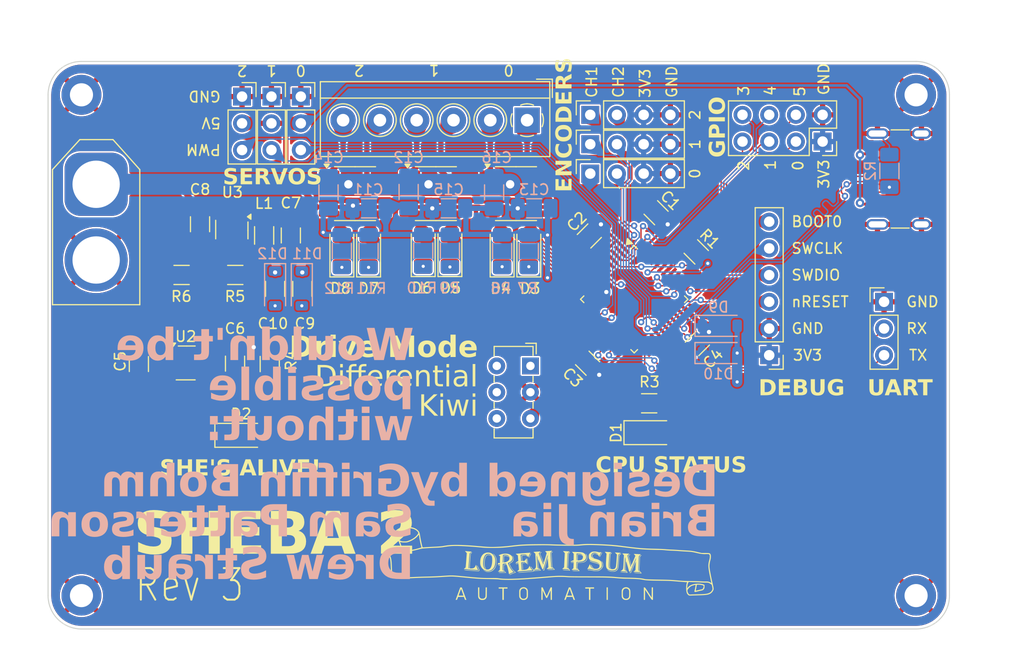
<source format=kicad_pcb>
(kicad_pcb (version 20240108) (generator "pcbnew") (generator_version "8.0")
  (title_block (title "SHEBA 2") (date "2024-04-21") (rev "3") (company "Lorem Ipsum Automation"))
  (layers (0 "F.Cu" power) (31 "B.Cu" signal) (34 "B.Paste" user) (35 "F.Paste" user) (36 "B.SilkS" user "B.Silkscreen") (37 "F.SilkS" user "F.Silkscreen") (38 "B.Mask" user) (39 "F.Mask" user) (44 "Edge.Cuts" user))
  (net 0 "")
  (net 1 "+BATT")
  (net 2 "GND")
  (net 3 "+5V")
  (net 4 "+3V3")
  (net 5 "TIM1_CH1")
  (net 6 "TIM1_CH2")
  (net 7 "TIM2_CH1")
  (net 8 "TIM2_CH2")
  (net 9 "M1_FWD")
  (net 10 "M2_FWD")
  (net 11 "BLINKY")
  (net 12 "TIM3_CH2")
  (net 13 "TIM3_CH1")
  (net 14 "M3_FWD")
  (net 15 "NRST")
  (net 16 "BOOT0")
  (net 18 "KIWI_DRIVE")
  (net 19 "SYS_SWDIO")
  (net 20 "SYS_SWCLK")
  (net 21 "Net-(D1-A)")
  (net 22 "Net-(D7-K)")
  (net 23 "M3_REV")
  (net 24 "M2_REV")
  (net 25 "M1_REV")
  (net 26 "Net-(D3-K)")
  (net 27 "Net-(D4-K)")
  (net 28 "Net-(D5-K)")
  (net 29 "Net-(D6-K)")
  (net 30 "USART3_RX")
  (net 31 "USART3_TX")
  (net 32 "/Power & Motors/M2_OUT2")
  (net 33 "/Power & Motors/M2_OUT1")
  (net 34 "GPIO5")
  (net 35 "GPIO2")
  (net 36 "GPIO0")
  (net 37 "GPIO3")
  (net 38 "GPIO4")
  (net 39 "GPIO1")
  (net 40 "Net-(P1-CC)")
  (net 41 "USB_D-")
  (net 42 "USB_D+")
  (net 43 "SERVO2")
  (net 44 "SERVO1")
  (net 45 "SERVO0")
  (net 46 "/Power & Motors/M1_OUT1")
  (net 47 "/Power & Motors/M1_OUT2")
  (net 48 "/Power & Motors/M3_OUT1")
  (net 49 "/Power & Motors/M3_OUT2")
  (net 50 "Net-(U3-BST)")
  (net 51 "Net-(U3-SW)")
  (net 52 "Net-(D2-A)")
  (net 53 "Net-(D8-K)")
  (net 54 "Net-(U3-FB)")
  (footprint "Connector_PinSocket_2.54mm:PinSocket_1x03_P2.54mm_Vertical" (layer "F.Cu") (at 71.7865 33.317)
    (property "Reference" "J6" (hide yes))
    (property "Value" "Conn_01x03_Pin")
  )
  (footprint "Capacitor_SMD:C_1206_3216Metric_Pad1.33x1.80mm_HandSolder" (layer "F.Cu") (at 111.163146 44.361146 -45)
    (property "Reference" "C1")
    (property "Value" "C1uF")
  )
  (footprint "Capacitor_SMD:C_1206_3216Metric_Pad1.33x1.80mm_HandSolder" (layer "F.Cu") (at 76.428 46.5205 -90)
    (property "Reference" "C7")
    (property "Value" "C0.1uF")
  )
  (footprint "Resistor_SMD:R_1206_3216Metric_Pad1.30x1.75mm_HandSolder" (layer "F.Cu") (at 74.422 58.751 -90)
    (property "Reference" "R4")
    (property "Value" "R220")
  )
  (footprint "Package_QFP:LQFP-48_7x7mm_P0.5mm" (layer "F.Cu") (at 109.0815 52.59 -45)
    (property "Reference" "U1" (hide yes))
    (property "Value" "STM32F072CBTx")
  )
  (footprint "Capacitor_SMD:C_1206_3216Metric_Pad1.33x1.80mm_HandSolder" (layer "F.Cu") (at 71.12 58.7125 -90)
    (property "Reference" "C6")
    (property "Value" "C1uF")
  )
  (footprint "Connector_PinHeader_2.54mm:PinHeader_1x03_P2.54mm_Vertical" (layer "F.Cu") (at 132.842 52.832)
    (property "Reference" "J1" (hide yes))
    (property "Value" "Conn_01x02_Pin")
  )
  (footprint "Resistor_SMD:R_1206_3216Metric_Pad1.30x1.75mm_HandSolder" (layer "F.Cu") (at 110.5065 62.484)
    (property "Reference" "R3")
    (property "Value" "R220")
  )
  (footprint "Package_SO:SOIC-8_3.9x4.9mm_P1.27mm" (layer "F.Cu") (at 90.2205 42.545)
    (property "Reference" "MD2" (hide yes))
    (property "Value" "ZXBM5210-S")
  )
  (footprint "Library:lorem-ipsum-logo" (layer "F.Cu") (at 101.074199 79.879693)
    (property "Reference" "G***" (hide yes))
    (property "Value" "LOGO" (hide yes))
  )
  (footprint "Capacitor_SMD:C_1206_3216Metric_Pad1.33x1.80mm_HandSolder" (layer "F.Cu") (at 104.648 58.674 -45)
    (property "Reference" "C3")
    (property "Value" "C1uF")
  )
  (footprint "Connector_PinSocket_2.54mm:PinSocket_1x03_P2.54mm_Vertical" (layer "F.Cu") (at 77.3745 33.317)
    (property "Reference" "J4" (hide yes))
    (property "Value" "Conn_01x03_Pin")
  )
  (footprint "LED_SMD:LED_1206_3216Metric_Pad1.42x1.75mm_HandSolder" (layer "F.Cu") (at 89.0155 47.9695 90)
    (property "Reference" "D6")
    (property "Value" "LED Red")
  )
  (footprint "LED_SMD:LED_1206_3216Metric_Pad1.42x1.75mm_HandSolder" (layer "F.Cu") (at 81.28 48.006 90)
    (property "Reference" "D8")
    (property "Value" "LED Red")
  )
  (footprint "LED_SMD:LED_1206_3216Metric_Pad1.42x1.75mm_HandSolder" (layer "F.Cu") (at 96.52 48.006 90)
    (property "Reference" "D4")
    (property "Value" "LED Red")
  )
  (footprint "Button_Switch_THT:SW_E-Switch_EG1271_SPDT" (layer "F.Cu") (at 99.212 58.928 -90)
    (property "Reference" "SW1" (hide yes))
    (property "Value" "SW_SPDT")
  )
  (footprint "Capacitor_SMD:C_1206_3216Metric_Pad1.33x1.80mm_HandSolder" (layer "F.Cu") (at 115.088646 56.807146 -135)
    (property "Reference" "C4")
    (property "Value" "C1uF")
  )
  (footprint "LOGO" (layer "F.Cu") (at 103.378 74.864212)
    (property "Reference" "G***" (hide yes))
    (property "Value" "LOGO" (hide yes))
  )
  (footprint "LED_SMD:LED_1206_3216Metric_Pad1.42x1.75mm_HandSolder" (layer "F.Cu") (at 99.06 48.006 90)
    (property "Reference" "D3")
    (property "Value" "LED Green")
  )
  (footprint "Connector_PinHeader_2.54mm:PinHeader_1x06_P2.54mm_Vertical" (layer "F.Cu") (at 121.92 57.912 180)
    (property "Reference" "J3" (hide yes))
    (property "Value" "Conn_01x06_Pin")
  )
  (footprint "Capacitor_SMD:C_1206_3216Metric_Pad1.33x1.80mm_HandSolder" (layer "F.Cu") (at 77.518 51.6005 -90)
    (property "Reference" "C9")
    (property "Value" "C22uF")
  )
  (footprint "Package_TO_SOT_SMD:TSOT-23-6_HandSoldering" (layer "F.Cu") (at 70.84 45.9615 -90)
    (property "Reference" "U3")
    (property "Value" "AP62300TWU")
  )
  (footprint "Connector_USB:USB_C_Receptacle_GCT_USB4105-xx-A_16P_TopMnt_Horizontal" (layer "F.Cu") (at 135.323 41.15 90)
    (property "Reference" "P1" (hide yes))
    (property "Value" "USB_C_Plug_USB2.0")
  )
  (footprint "MountingHole:MountingHole_2.2mm_M2_DIN965_Pad" (layer "F.Cu") (at 135.89 80.772)
    (property "Reference" "H4" (hide yes))
    (property "Value" "MountingHole_Pad")
  )
  (footprint "Connector_PinSocket_2.54mm:PinSocket_1x04_P2.54mm_Vertical" (layer "F.Cu") (at 104.902 35.052 90)
    (property "Reference" "EP3" (hide yes))
    (property "Value" "Conn_01x04_Socket")
  )
  (footprint "Connector_PinSocket_2.54mm:PinSocket_2x04_P2.54mm_Vertical" (layer "F.Cu") (at 127 37.592 -90)
    (property "Reference" "J2" (hide yes))
    (property "Value" "Conn_02x04_Top_Bottom")
  )
  (footprint "Package_SO:SOIC-8_3.9x4.9mm_P1.27mm" (layer "F.Cu") (at 82.5355 42.545)
    (property "Reference" "MD1" (hide yes))
    (property "Value" "ZXBM5210-S")
  )
  (footprint "Capacitor_SMD:C_1206_3216Metric_Pad1.33x1.80mm_HandSolder" (layer "F.Cu") (at 61.976 58.751 -90)
    (property "Reference" "C5")
    (property "Value" "C1uF")
  )
  (footprint "MountingHole:MountingHole_2.2mm_M2_DIN965_Pad" (layer "F.Cu") (at 56.515 33.147)
    (property "Reference" "H1" (hide yes))
    (property "Value" "MountingHole_Pad")
  )
  (footprint "MountingHole:MountingHole_2.2mm_M2_DIN965_Pad" (layer "F.Cu") (at 135.89 33.147)
    (property "Reference" "H3" (hide yes))
    (property "Value" "MountingHole_Pad")
  )
  (footprint "LED_SMD:LED_1206_3216Metric_Pad1.42x1.75mm_HandSolder" (layer "F.Cu") (at 71.6645 65.532)
    (property "Reference" "D2")
    (property "Value" "LED Green")
  )
  (footprint "Inductor_SMD:L_1206_3216Metric" (layer "F.Cu") (at 73.888 46.5205 -90)
    (property "Reference" "L1")
    (property "Value" "L3.3uH")
  )
  (footprint "Capacitor_SMD:C_1206_3216Metric_Pad1.33x1.80mm_HandSolder" (layer "F.Cu") (at 104.813146 46.570854 -135)
    (property "Reference" "C2")
    (property "Value" "C1uF")
  )
  (footprint "Library:lorem-ipsum-insignia" (layer "F.Cu") (at 125.984 74.168)
    (property "Reference" "G***" (hide yes))
    (property "Value" "LOGO" (hide yes))
  )
  (footprint "MountingHole:MountingHole_2.2mm_M2_DIN965_Pad" (layer "F.Cu") (at 56.515 80.772)
    (property "Reference" "H2" (hide yes))
    (property "Value" "MountingHole_Pad")
  )
  (footprint "Resistor_SMD:R_1206_3216Metric_Pad1.30x1.75mm_HandSolder" (layer "F.Cu") (at 71.142 50.2795 180)
    (property "Reference" "R5")
    (property "Value" "R56.2k")
  )
  (footprint "Package_SO:SOIC-8_3.9x4.9mm_P1.27mm" (layer "F.Cu") (at 97.8405 42.545)
    (property "Reference" "MD3" (hide yes))
    (property "Value" "ZXBM5210-S")
  )
  (footprint "Connector_PinSocket_2.54mm:PinSocket_1x03_P2.54mm_Vertical" (layer "F.Cu") (at 74.5805 33.317)
    (property "Reference" "J5" (hide yes))
    (property "Value" "Conn_01x03_Pin")
  )
  (footprint "Package_TO_SOT_SMD:SOT-23-5_HandSoldering" (layer "F.Cu") (at 66.4265 58.6465)
    (property "Reference" "U2")
    (property "Value" "MIC5504-3.3YM5")
  )
  (footprint "LED_SMD:LED_1206_3216Metric_Pad1.42x1.75mm_HandSolder" (layer "F.Cu") (at 91.5555 47.9695 90)
    (property "Reference" "D5")
    (property "Value" "LED Green")
  )
  (footprint "Connector_PinSocket_2.54mm:PinSocket_1x04_P2.54mm_Vertical" (layer "F.Cu") (at 104.902 40.64 90)
    (property "Reference" "EP1" (hide yes))
    (property "Value" "Conn_01x04_Socket")
  )
  (footprint "LED_SMD:LED_1206_3216Metric_Pad1.42x1.75mm_HandSolder" (layer "F.Cu") (at 110.569 65.278)
    (property "Reference" "D1")
    (property "Value" "LED Green")
  )
  (footprint "Connector_PinSocket_2.54mm:PinSocket_1x04_P2.54mm_Vertical" (layer "F.Cu") (at 104.902 37.846 90)
    (property "Reference" "EP2" (hide yes))
    (property "Value" "Conn_01x04_Socket")
  )
  (footprint "LED_SMD:LED_1206_3216Metric_Pad1.42x1.75mm_HandSolder" (layer "F.Cu") (at 83.82 48.006 90)
    (property "Reference" "D7")
    (property "Value" "LED Green")
  )
  (footprint "Capacitor_SMD:C_1206_3216Metric_Pad1.33x1.80mm_HandSolder" (layer "F.Cu") (at 67.792 45.4535 -90)
    (property "Reference" "C8")
    (property "Value" "C10uF")
  )
  (footprint "Capacitor_SMD:C_1206_3216Metric_Pad1.33x1.80mm_HandSolder" (layer "F.Cu") (at 74.93 51.6005 -90)
    (property "Reference" "C10")
    (property "Value" "C22uF")
  )
  (footprint "Resistor_SMD:R_1206_3216Metric_Pad1.30x1.75mm_HandSolder" (layer "F.Cu") (at 114.981984 48.086016 135)
    (property "Reference" "R1")
    (property "Value" "R10k")
  )
  (footprint "TerminalBlock_4Ucon:TerminalBlock_4Ucon_1x06_P3.50mm_Horizontal" (layer "F.Cu") (at 98.8955 35.56 180)
    (property "Reference" "Motor Terminal1" (hide yes))
    (property "Value" "6x Motor Port")
  )
  (footprint "Resistor_SMD:R_1206_3216Metric_Pad1.30x1.75mm_HandSolder" (layer "F.Cu") (at 66.036 50.2795 180)
    (property "Reference" "R6")
    (property "Value" "R10k")
  )
  (footprint "Connector_AMASS:AMASS_XT60-F_1x02_P7.20mm_Vertical" (layer "F.Cu") (at 57.912 41.656 -90)
    (property "Reference" "Battery1" (hide yes))
    (property "Value" "XT-60")
  )
  (footprint "Capacitor_SMD:C_1206_3216Metric_Pad1.33x1.80mm_HandSolder" (layer "B.Cu") (at 95.758 42.418 -90)
    (property "Reference" "C16")
    (property "Value" "C1uF")
  )
  (footprint "Resistor_SMD:R_1206_3216Metric_Pad1.30x1.75mm_HandSolder" (layer "B.Cu") (at 96.52 48.012 90)
    (property "Reference" "R8")
    (property "Value" "R220")
  )
  (footprint "Resistor_SMD:R_1206_3216Metric_Pad1.30x1.75mm_HandSolder" (layer "B.Cu") (at 89.0155 47.9695 90)
    (property "Reference" "R10")
    (property "Value" "R220")
  )
  (footprint "Diode_SMD:D_SOD-123" (layer "B.Cu") (at 77.47 51.562 -90)
    (property "Reference" "D11")
    (property "Value" "D_Zener5V")
  )
  (footprint "Diode_SMD:D_SOD-123" (layer "B.Cu") (at 74.93 51.562 -90)
    (property "Reference" "D12")
    (property "Value" "D_Zener5V")
  )
  (footprint "Resistor_SMD:R_1206_3216Metric_Pad1.30x1.75mm_HandSolder" (layer "B.Cu") (at 83.82 48.006 90)
    (property "Reference" "R11")
    (property "Value" "R220")
  )
  (footprint "Diode_SMD:D_SOD-123" (layer "B.Cu") (at 117.222 57.706)
    (property "Reference" "D10")
    (property "Value" "D_Zener3.3V")
  )
  (footprint "Diode_SMD:D_SOD-123" (layer "B.Cu") (at 117.222 55.118)
    (property "Reference" "D9")
    (property "Value" "D_Zener3.3V")
  )
  (footprint "Capacitor_SMD:C_1206_3216Metric_Pad1.33x1.80mm_HandSolder" (layer "B.Cu") (at 99.568 43.942)
    (property "Reference" "C13")
    (property "Value" "C1uF")
  )
  (footprint "Capacitor_SMD:C_1206_3216Metric_Pad1.33x1.80mm_HandSolder" (layer "B.Cu") (at 83.8585 43.942)
    (property "Reference" "C11")
    (property "Value" "C1uF")
  )
  (footprint "Capacitor_SMD:C_1206_3216Metric_Pad1.33x1.80mm_HandSolder" (layer "B.Cu") (at 87.63 42.3795 -90)
    (property "Reference" "C12")
    (property "Value" "C1uF")
  )
  (footprint "Resistor_SMD:R_1206_3216Metric_Pad1.30x1.75mm_HandSolder" (layer "B.Cu") (at 91.5555 47.9695 90)
    (property "Reference" "R9")
    (property "Value" "R220")
  )
  (footprint "Capacitor_SMD:C_1206_3216Metric_Pad1.33x1.80mm_HandSolder" (layer "B.Cu") (at 80.01 42.418 -90)
    (property "Reference" "C14")
    (property "Value" "C1uF")
  )
  (footprint "Resistor_SMD:R_1206_3216Metric_Pad1.30x1.75mm_HandSolder" (layer "B.Cu") (at 99.06 48.012 90)
    (property "Reference" "R7")
    (property "Value" "R220")
  )
  (footprint "Capacitor_SMD:C_1206_3216Metric_Pad1.33x1.80mm_HandSolder" (layer "B.Cu") (at 91.44 43.942)
    (property "Reference" "C15")
    (property "Value" "C1uF")
  )
  (footprint "Resistor_SMD:R_1206_3216Metric_Pad1.30x1.75mm_HandSolder" (layer "B.Cu") (at 133.35 40.386 -90)
    (property "Reference" "R2")
    (property "Value" "R5.11K")
  )
  (footprint "Resistor_SMD:R_1206_3216Metric_Pad1.30x1.75mm_HandSolder" (layer "B.Cu") (at 81.28 48.006 90)
    (property "Reference" "R12")
    (property "Value" "R220")
  )
  (gr_line (start 139.065 33.147) (end 139.065 80.772) (stroke (width 0.1)) (layer "Edge.Cuts"))
  (gr_line (start 56.515 29.972) (end 135.89 29.972) (stroke (width 0.1)) (layer "Edge.Cuts"))
  (gr_line (start 53.34 80.772) (end 53.34 33.147) (stroke (width 0.1)) (layer "Edge.Cuts"))
  (gr_arc (start 139.065 80.772) (mid 138.135064 83.017064) (end 135.89 83.947) (stroke (width 0.1)) (layer "Edge.Cuts"))
  (gr_line (start 135.89 83.947) (end 56.515 83.947) (stroke (width 0.1)) (layer "Edge.Cuts"))
  (gr_arc (start 135.89 29.972) (mid 138.135064 30.901936) (end 139.065 33.147) (stroke (width 0.1)) (layer "Edge.Cuts"))
  (gr_arc (start 53.34 33.147) (mid 54.269936 30.901936) (end 56.515 29.972) (stroke (width 0.1)) (layer "Edge.Cuts"))
  (gr_arc (start 56.515 83.947) (mid 54.269936 83.017064) (end 53.34 80.772) (stroke (width 0.1)) (layer "Edge.Cuts"))
  (gr_text "Designed by\n" (at 117.094 68.326 0) (layer "B.SilkS") (effects (font (size 3 3) (thickness 0.3) (bold yes)) (justify left top mirror)))
  (gr_text "Drew Straub" (at 88.138 76.2 0) (layer "B.SilkS") (effects (font (size 3 3) (thickness 0.3) (bold yes)) (justify left top mirror)))
  (gr_text "Sam Patterson" (at 88.138 72.136 0) (layer "B.SilkS") (effects (font (size 3 3) (thickness 0.3) (bold yes)) (justify left top mirror)))
  (gr_text "Brian Jia" (at 117.094 72.136 0) (layer "B.SilkS") (effects (font (size 3 3) (thickness 0.3) (bold yes)) (justify left top mirror)))
  (gr_text "Griffin Bohm" (at 87.884 68.326 0) (layer "B.SilkS") (effects (font (size 3 3) (thickness 0.3) (bold yes)) (justify left top mirror)))
  (gr_text "Wouldn't be\n" (at 88.138 55.372 0) (layer "B.SilkS") (effects (font (size 3 3) (thickness 0.3) (bold yes)) (justify left top mirror)))
  (gr_text "without:" (at 88.138 62.992 0) (layer "B.SilkS") (effects (font (size 3 3) (thickness 0.3) (bold yes)) (justify left top mirror)))
  (gr_text "possible" (at 88.138 59.182 0) (layer "B.SilkS") (effects (font (size 3 3) (thickness 0.3) (bold yes)) (justify left top mirror)))
  (gr_text "0" (at 115.446 40.64 90) (layer "F.SilkS") (effects (font (size 1 1)) (justify bottom)))
  (gr_text "ENCODERS" (at 103.378 42.418 90) (layer "F.SilkS") (effects (font (size 1.5 1.5) (thickness 0.3) (bold yes)) (justify left bottom)))
  (gr_text "GPIO" (at 116.2035 36.212 90) (layer "F.SilkS") (effects (font (size 1.5 1.5) (thickness 0.3) (bold yes)) (justify top)))
  (gr_text "2" (at 115.446 35.052 90) (layer "F.SilkS") (effects (font (size 1 1)) (justify bottom)))
  (gr_text "3V3" (at 110.1205 33.528 90) (layer "F.SilkS") (effects (font (size 1 1)) (justify left)))
  (gr_text "nRESET" (at 123.952 52.832 0) (layer "F.SilkS") (effects (font (size 1 1)) (justify left)))
  (gr_text "GND" (at 123.952 55.372 0) (layer "F.SilkS") (effects (font (size 1 1)) (justify left)))
  (gr_text "3V3" (at 127.1155 42.164 90) (layer "F.SilkS") (effects (font (size 1 1)) (justify left)))
  (gr_text "GND\n" (at 127.1155 33.274 90) (layer "F.SilkS") (effects (font (size 1 1)) (justify left)))
  (gr_text "Rev 3" (at 61.468 81.534 0) (layer "F.SilkS") (effects (font (size 3 2.4) (thickness 0.1875)) (justify left bottom)))
  (gr_text "1" (at 74.5805 30.269 180) (layer "F.SilkS") (effects (font (size 1 1)) (justify bottom)))
  (gr_text "RX" (at 134.874 55.372 0) (layer "F.SilkS") (effects (font (size 1 1)) (justify left)))
  (gr_text "CH1" (at 105.0405 33.528 90) (layer "F.SilkS") (effects (font (size 1 1)) (justify left)))
  (gr_text "GND" (at 112.6605 33.528 90) (layer "F.SilkS") (effects (font (size 1 1)) (justify left)))
  (gr_text "SHE'S ALIVE!" (at 71.628 69.596 0) (layer "F.SilkS") (effects (font (size 1.5 1.5) (thickness 0.3) (bold yes)) (justify bottom)))
  (gr_text "PWM" (at 69.85 38.354 180) (layer "F.SilkS") (effects (font (size 1 1)) (justify left)))
  (gr_text "2" (at 82.9195 30.241 180) (layer "F.SilkS") (effects (font (size 1 1)) (justify bottom)))
  (gr_text "Differential" (at 94.234 61.214 0) (layer "F.SilkS") (effects (font (size 2 2) (thickness 0.1875)) (justify right bottom)))
  (gr_text "GND" (at 69.85 33.274 180) (layer "F.SilkS") (effects (font (size 1 1)) (justify left)))
  (gr_text "5V" (at 69.85 35.814 180) (layer "F.SilkS") (effects (font (size 1 1)) (justify left)))
  (gr_text "GND" (at 134.874 52.832 0) (layer "F.SilkS") (effects (font (size 1 1)) (justify left)))
  (gr_text "2" (at 119.4955 39.878 90) (layer "F.SilkS") (effects (font (size 1 1))))
  (gr_text "SWCLK" (at 123.952 47.752 0) (layer "F.SilkS") (effects (font (size 1 1)) (justify left)))
  (gr_text "1" (at 90.0315 30.226 180) (layer "F.SilkS") (effects (font (size 1 1)) (justify bottom)))
  (gr_text "2" (at 71.7865 30.269 180) (layer "F.SilkS") (effects (font (size 1 1)) (justify bottom)))
  (gr_text "0" (at 97.1435 30.226 180) (layer "F.SilkS") (effects (font (size 1 1)) (justify bottom)))
  (gr_text "TX" (at 135.128 57.912 0) (layer "F.SilkS") (effects (font (size 1 1)) (justify left)))
  (gr_text "Kiwi" (at 94.234 64.008 0) (layer "F.SilkS") (effects (font (size 2 2) (thickness 0.1875)) (justify right bottom)))
  (gr_text "SERVOS" (at 74.676 41.91 0) (layer "F.SilkS") (effects (font (size 1.5 1.5) (thickness 0.3) (bold yes)) (justify bottom)))
  (gr_text "UART" (at 134.366 61.976 0) (layer "F.SilkS") (effects (font (size 1.5 1.5) (thickness 0.3) (bold yes)) (justify bottom)))
  (gr_text "3V3" (at 124.0905 57.912 0) (layer "F.SilkS") (effects (font (size 1 1)) (justify left)))
  (gr_text "4" (at 122.0355 32.766 90) (layer "F.SilkS") (effects (font (size 1 1))))
  (gr_text "SWDIO" (at 123.952 50.292 0) (layer "F.SilkS") (effects (font (size 1 1)) (justify left)))
  (gr_text "BOOT0" (at 123.952 45.212 0) (layer "F.SilkS") (effects (font (size 1 1)) (justify left)))
  (gr_text "5" (at 124.8295 32.258 90) (layer "F.SilkS") (effects (font (size 1 1)) (justify right)))
  (gr_text "3" (at 119.4955 32.766 90) (layer "F.SilkS") (effects (font (size 1 1))))
  (gr_text "1" (at 115.446 37.846 90) (layer "F.SilkS") (effects (font (size 1 1)) (justify bottom)))
  (gr_text "CH2" (at 107.5805 33.528 90) (layer "F.SilkS") (effects (font (size 1 1)) (justify left)))
  (gr_text "1" (at 122.0355 40.386 90) (layer "F.SilkS") (effects (font (size 1 1)) (justify left)))
  (gr_text "CPU STATUS" (at 105.3955 69.31 0) (layer "F.SilkS") (effects (font (size 1.5 1.5) (thickness 0.3) (bold yes)) (justify left bottom)))
  (gr_text "DEBUG" (at 120.904 61.976 0) (layer "F.SilkS") (effects (font (size 1.5 1.5) (thickness 0.3) (bold yes)) (justify left bottom)))
  (gr_text "0" (at 77.3745 30.254 180) (layer "F.SilkS") (effects (font (size 1 1)) (justify bottom)))
  (gr_text "0" (at 124.5755 39.878 -90) (layer "F.SilkS") (effects (font (size 1 1))))
  (gr_text "Drive Mode" (at 94.234 58.42 0) (layer "F.SilkS") (effects (font (size 2 2) (thickness 0.3) (bold yes)) (justify right bottom)))
  (gr_text "SHEBA 2" (at 61.468 77.47 0) (layer "F.SilkS") (effects (font (size 4 4) (thickness 0.3) (bold yes)) (justify left bottom)))
  (segment (start 67.792 43.891) (end 68.957 43.891) (width 0.5) (layer "F.Cu") (net 1))
  (segment (start 89.2695 41.91) (end 89.5235 41.656) (width 0.5) (layer "F.Cu") (net 1))
  (segment (start 65.557 41.656) (end 67.792 43.891) (width 0.5) (layer "F.Cu") (net 1))
  (segment (start 87.7455 41.91) (end 89.2695 41.91) (width 0.5) (layer "F.Cu") (net 1))
  (segment (start 68.957 43.891) (end 69.89 44.824) (width 0.5) (layer "F.Cu") (net 1))
  (segment (start 97.282 41.656) (end 97.028 41.91) (width 0.5) (layer "F.Cu") (net 1))
  (segment (start 57.912 41.656) (end 65.557 41.656) (width 0.5) (layer "F.Cu") (net 1))
  (segment (start 81.6495 41.91) (end 81.9035 41.656) (width 0.5) (layer "F.Cu") (net 1))
  (segment (start 80.0605 41.91) (end 81.6495 41.91) (width 0.5) (layer "F.Cu") (net 1))
  (segment (start 97.028 41.91) (end 95.885003 41.91) (width 0.5) (layer "F.Cu") (net 1))
  (via (at 97.282 41.656) (size 1.2) (drill 0.8) (layers "F.Cu" "B.Cu") (net 1))
  (via (at 89.5235 41.656) (size 1.2) (drill 0.8) (layers "F.Cu" "B.Cu") (net 1))
  (via (at 81.9035 41.656) (size 1.2) (drill 0.8) (layers "F.Cu" "B.Cu") (net 1))
  (segment (start 81.9035 41.656) (end 58.42 41.656) (width 2) (layer "B.Cu") (net 1))
  (segment (start 97.282 41.656) (end 97.277 41.651) (width 2) (layer "B.Cu") (net 1))
  (segment (start 97.277 41.651) (end 81.9085 41.651) (width 2) (layer "B.Cu") (net 1))
  (segment (start 81.9085 41.651) (end 81.9035 41.656) (width 2) (layer "B.Cu") (net 1))
  (segment (start 121.92 55.372) (end 121.206 55.372) (width 1) (layer "F.Cu") (net 2))
  (segment (start 121.206 55.372) (end 118.872 57.706) (width 1) (layer "F.Cu") (net 2))
  (via (at 77.47 53.212) (size 0.6) (drill 0.3) (layers "F.Cu" "B.Cu") (net 2))
  (via (at 118.872 60.452) (size 0.6) (drill 0.3) (layers "F.Cu" "B.Cu") (net 2))
  (via (at 79.502 46.228) (size 0.6) (drill 0.3) (layers "F.Cu" "B.Cu") (net 2))
  (via (at 118.872 57.706) (size 0.6) (drill 0.3) (layers "F.Cu" "B.Cu") (net 2))
  (via (at 100.838 46.482) (size 0.6) (drill 0.3) (layers "F.Cu" "B.Cu") (net 2))
  (via (at 74.93 53.212) (size 0.6) (drill 0.3) (layers "F.Cu" "B.Cu") (net 2))
  (via (at 100.838 50.546) (size 0.6) (drill 0.3) (layers "F.Cu" "B.Cu") (net 2))
  (segment (start 85.4595 43.688) (end 85.4595 46.304) (width 0.5) (layer "B.Cu") (net 2))
  (segment (start 100.838 50.546) (end 100.838 46.482) (width 0.5) (layer "B.Cu") (net 2))
  (segment (start 133.35 37.962) (end 132.218 36.83) (width 0.13) (layer "B.Cu") (net 2))
  (segment (start 85.4595 46.304) (end 85.344 46.4195) (width 0.5) (layer "B.Cu") (net 2))
  (segment (start 100.7755 46.4195) (end 99.06 46.4195) (width 0.5) (layer "B.Cu") (net 2))
  (segment (start 93.0795 43.942) (end 95.073 43.942) (width 0.5) (layer "B.Cu") (net 2))
  (segment (start 100.838 46.482) (end 100.7755 46.4195) (width 0.5) (layer "B.Cu") (net 2))
  (segment (start 79.6935 46.4195) (end 85.344 46.4195) (width 0.5) (layer "B.Cu") (net 2))
  (segment (start 79.6935 46.4195) (end 79.502 46.228) (width 0.5) (layer "B.Cu") (net 2))
  (segment (start 133.35 38.836) (end 133.35 37.962) (width 0.13) (layer "B.Cu") (net 2))
  (segment (start 79.502 46.228) (end 79.502 44.4885) (width 0.5) (layer "B.Cu") (net 2))
  (segment (start 93.0795 46.304) (end 92.964 46.4195) (width 0.5) (layer "B.Cu") (net 2))
  (segment (start 79.502 44.4885) (end 80.01 43.9805) (width 0.5) (layer "B.Cu") (net 2))
  (segment (start 100.838 46.482) (end 100.838 44.2345) (width 0.5) (layer "B.Cu") (net 2))
  (segment (start 85.4595 43.688) (end 87.376 43.688) (width 0.5) (layer "B.Cu") (net 2))
  (segment (start 93.0795 43.942) (end 93.0795 46.304) (width 0.5) (layer "B.Cu") (net 2))
  (segment (start 85.344 46.4195) (end 92.964 46.4195) (width 0.5) (layer "B.Cu") (net 2))
  (segment (start 118.872 55.118) (end 118.872 57.706) (width 0.5) (layer "B.Cu") (net 2))
  (segment (start 118.872 57.706) (end 118.872 60.452) (width 1) (layer "B.Cu") (net 2))
  (segment (start 92.964 46.4195) (end 99.06 46.4195) (width 0.5) (layer "B.Cu") (net 2))
  (segment (start 65.0765 57.6965) (end 65.676798 57.6965) (width 0.5) (layer "F.Cu") (net 3))
  (segment (start 66.2355 58.255202) (end 66.2355 59.037798) (width 0.5) (layer "F.Cu") (net 3))
  (segment (start 65.0765 57.6965) (end 72.4935 50.2795) (width 0.5) (layer "F.Cu") (net 3))
  (segment (start 76.0615 35.857) (end 75.946 35.9725) (width 0.5) (layer "F.Cu") (net 3))
  (segment (start 131.643 38.75) (end 130.668 38.75) (width 0.25) (layer "F.Cu") (net 3))
  (segment (start 65.676798 59.5965) (end 65.0765 59.5965) (width 0.5) (layer "F.Cu") (net 3))
  (segment (start 131.643 38.75) (end 131.643 39.4) (width 0.25) (layer "F.Cu") (net 3))
  (segment (start 75.946 35.9725) (end 75.946 40.64) (width 0.5) (layer "F.Cu") (net 3))
  (segment (start 66.2355 59.037798) (end 65.676798 59.5965) (width 0.5) (layer "F.Cu") (net 3))
  (segment (start 72.692 50.2795) (end 77.0225 50.2795) (width 0.5) (layer "F.Cu") (net 3))
  (segment (start 65.676798 57.6965) (end 66.2355 58.255202) (width 0.5) (layer "F.Cu") (net 3))
  (segment (start 130.672 43.55) (end 130.556 43.434) (width 0.25) (layer "F.Cu") (net 3))
  (segment (start 61.976 57.1885) (end 64.5685 57.1885) (width 0.5) (layer "F.Cu") (net 3))
  (segment (start 130.668 38.75) (end 130.556 38.862) (width 0.25) (layer "F.Cu") (net 3))
  (segment (start 78.232 49.324) (end 77.518 50.038) (width 0.5) (layer "F.Cu") (net 3))
  (segment (start 73.888 48.0955) (end 73.888 48.996) (width 0.5) (layer "F.Cu") (net 3))
  (segment (start 131.643 43.55) (end 130.672 43.55) (width 0.25) (layer "F.Cu") (net 3))
  (segment (start 64.5685 57.1885) (end 65.0765 57.6965) (width 0.5) (layer "F.Cu") (net 3))
  (segment (start 75.946 40.64) (end 78.232 42.926) (width 0.5) (layer "F.Cu") (net 3))
  (segment (start 76.0615 35.857) (end 77.3745 35.857) (width 0.5) (layer "F.Cu") (net 3))
  (segment (start 78.232 42.926) (end 78.232 49.324) (width 0.5) (layer "F.Cu") (net 3))
  (segment (start 73.888 48.996) (end 74.93 50.038) (width 0.5) (layer "F.Cu") (net 3))
  (segment (start 76.0615 35.857) (end 71.7865 35.857) (width 0.5) (layer "F.Cu") (net 3))
  (via (at 130.556 43.434) (size 0.8) (drill 0.4) (layers "F.Cu" "B.Cu") (net 3))
  (via (at 77.518 50.038) (size 0.8) (drill 0.4) (layers "F.Cu" "B.Cu") (net 3))
  (via (at 74.93 50.038) (size 0.8) (drill 0.4) (layers "F.Cu" "B.Cu") (net 3))
  (via (at 130.556 38.862) (size 0.8) (drill 0.4) (layers "F.Cu" "B.Cu") (net 3))
  (segment (start 81.788 32.258) (end 78.189 35.857) (width 0.25) (layer "B.Cu") (net 3))
  (segment (start 78.189 35.857) (end 77.3745 35.857) (width 0.25) (layer "B.Cu") (net 3))
  (segment (start 130.556 38.862) (end 130.556 33.528) (width 0.25) (layer "B.Cu") (net 3))
  (segment (start 129.286 32.258) (end 81.788 32.258) (width 0.25) (layer "B.Cu") (net 3))
  (segment (start 130.556 33.528) (end 129.286 32.258) (width 0.25) (layer "B.Cu") (net 3))
  (segment (start 130.556 43.434) (end 130.556 38.862) (width 0.25) (layer "B.Cu") (net 3))
  (segment (start 107.299188 47.083456) (end 107.464044 47.083456) (width 0.25) (layer "F.Cu") (net 4))
  (segment (start 106.4305 51.706766) (end 105.254285 50.530551) (width 0.25) (layer "F.Cu") (net 4))
  (segment (start 70.5735 57.6965) (end 71.12 57.15) (width 0.5) (layer "F.Cu") (net 4))
  (segment (start 98.0055 43.942) (end 98.0055 43.9075) (width 0.5) (layer "F.Cu") (net 4))
  (segment (start 82.3345 43.611) (end 81.9035 43.18) (width 0.5) (layer "F.Cu") (net 4))
  (segment (start 116.123892 55.702292) (end 113.989882 53.568282) (width 0.5) (layer "F.Cu") (net 4))
  (segment (start 97.278 43.18) (end 95.3655 43.18) (width 0.5) (layer "F.Cu") (net 4))
  (segment (start 81.9035 43.18) (end 80.0605 43.18) (width 0.5) (layer "F.Cu") (net 4))
  (segment (start 105.254285 50.530551) (end 104.755877 50.032143) (width 0.25) (layer "F.Cu") (net 4))
  (segment (start 72.898 57.15) (end 74.371 57.15) (width 0.5) (layer "F.Cu") (net 4))
  (segment (start 106.2875 59.273088) (end 108.082712 57.477876) (width 0.25) (layer "F.Cu") (net 4))
  (segment (start 106.4305 51.902) (end 106.4305 51.706766) (width 0.25) (layer "F.Cu") (net 4))
  (segment (start 104.755877 49.626767) (end 107.299188 47.083456) (width 0.25) (layer "F.Cu") (net 4))
  (segment (start 82.3345 43.688) (end 82.3345 43.611) (width 0.5) (layer "F.Cu") (net 4))
  (segment (start 67.564 57.6965) (end 70.5735 57.6965) (width 0.5) (layer "F.Cu") (net 4))
  (segment (start 106.100588 45.72) (end 108.082712 47.702124) (width 0.25) (layer "F.Cu") (net 4))
  (segment (start 89.8775 43.28) (end 89.7775 43.18) (width 0.5) (layer "F.Cu") (net 4))
  (segment (start 89.8775 43.942) (end 89.8775 43.28) (width 0.5) (layer "F.Cu") (net 4))
  (segment (start 104.755877 50.032143) (end 104.755877 49.626767) (width 0.25) (layer "F.Cu") (net 4))
  (segment (start 82.1575 43.18) (end 81.9035 43.18) (width 0.5) (layer "F.Cu") (net 4))
  (segment (start 107.464044 47.083456) (end 108.082712 47.702124) (width 0.25) (layer "F.Cu") (net 4))
  (segment (start 89.7775 43.18) (end 87.7455 43.18) (width 0.5) (layer "F.Cu") (net 4))
  (segment (start 80.0605 43.18) (end 100.3155 43.18) (width 0.5) (layer "F.Cu") (net 4))
  (segment (start 98.0055 43.9075) (end 97.278 43.18) (width 0.5) (layer "F.Cu") (net 4))
  (segment (start 112.268 45.5075) (end 110.080288 47.695212) (width 0.25) (layer "F.Cu") (net 4))
  (segment (start 71.12 57.15) (end 72.898 57.15) (width 0.5) (layer "F.Cu") (net 4))
  (via (at 105.918 45.466) (size 0.8) (drill 0.4) (layers "F.Cu" "B.Cu") (net 4))
  (via (at 105.752854 59.778854) (size 0.8) (drill 0.4) (layers "F.Cu" "B.Cu") (net 4))
  (via (at 82.3345 43.688) (size 0.8) (drill 0.4) (layers "F.Cu" "B.Cu") (net 4))
  (via (at 72.898 57.15) (size 0.8) (drill 0.4) (layers "F.Cu" "B.Cu") (net 4))
  (via (at 106.4305 51.902) (size 0.8) (drill 0.4) (layers "F.Cu" "B.Cu") (net 4))
  (via (at 116.1935 55.702292) (size 0.8) (drill 0.4) (layers "F.Cu" "B.Cu") (net 4))
  (via (at 112.268 45.466) (size 0.8) (drill 0.4) (layers "F.Cu" "B.Cu") (net 4))
  (via (at 89.8775 43.942) (size 0.8) (drill 0.4) (layers "F.Cu" "B.Cu") (net 4))
  (via (at 98.0055 43.942) (size 0.8) (drill 0.4) (layers "F.Cu" "B.Cu") (net 4))
  (segment (start 116.156292 55.702292) (end 115.572 55.118) (width 0.5) (layer "B.Cu") (net 4))
  (segment (start 115.572 55.118) (end 115.572 57.706) (width 0.5) (layer "B.Cu") (net 4))
  (segment (start 116.1935 55.702292) (end 116.156292 55.702292) (width 0.5) (layer "B.Cu") (net 4))
  (segment (start 110.80284 55.372) (end 111.494502 56.063662) (width 0.13) (layer "F.Cu") (net 5))
  (segment (start 110.3515 55.372) (end 110.80284 55.372) (width 0.13) (layer "F.Cu") (net 5))
  (via (at 110.3515 55.372) (size 0.6) (drill 0.3) (layers "F.Cu" "B.Cu") (net 5))
  (segment (start 110.3515 55.372) (end 110.236 55.2565) (width 0.13) (layer "B.Cu") (net 5))
  (segment (start 107.8015 50.081409) (end 107.8015 45.205218) (width 0.13) (layer "B.Cu") (net 5))
  (segment (start 110.236 52.515909) (end 107.8015 50.081409) (width 0.13) (layer "B.Cu") (net 5))
  (segment (start 110.236 55.2565) (end 110.236 52.515909) (width 0.13) (layer "B.Cu") (net 5))
  (segment (start 104.6335 42.037218) (end 104.6335 40.64) (width 0.13) (layer "B.Cu") (net 5))
  (segment (start 107.8015 45.205218) (end 104.6335 42.037218) (width 0.13) (layer "B.Cu") (net 5))
  (segment (start 110.930723 54.792777) (end 111.848055 55.710109) (width 0.13) (layer "F.Cu") (net 6))
  (via (at 110.930723 54.792777) (size 0.6) (drill 0.3) (layers "F.Cu" "B.Cu") (net 6))
  (segment (start 108.0605 41.527) (end 107.1735 40.64) (width 0.13) (layer "B.Cu") (net 6))
  (segment (start 110.495 54.357054) (end 110.495 52.408627) (width 0.13) (layer "B.Cu") (net 6))
  (segment (start 108.0605 49.974127) (end 108.0605 41.527) (width 0.13) (layer "B.Cu") (net 6))
  (segment (start 110.495 52.408627) (end 108.0605 49.974127) (width 0.13) (layer "B.Cu") (net 6))
  (segment (start 110.930723 54.792777) (end 110.495 54.357054) (width 0.13) (layer "B.Cu") (net 6))
  (segment (start 112.8915 51.96198) (end 113.615822 51.237658) (width 0.13) (layer "F.Cu") (net 7))
  (segment (start 112.8915 52.152) (end 112.8915 51.96198) (width 0.13) (layer "F.Cu") (net 7))
  (via (at 112.8915 52.152) (size 0.6) (drill 0.3) (layers "F.Cu" "B.Cu") (net 7))
  (segment (start 112.8915 52.152) (end 112.7195 52.324) (width 0.13) (layer "B.Cu") (net 7))
  (segment (start 108.486 41.253218) (end 108.486 40.092061) (width 0.13) (layer "B.Cu") (net 7))
  (segment (start 108.3195 41.419718) (end 108.486 41.253218) (width 0.13) (layer "B.Cu") (net 7))
  (segment (start 108.3195 49.866846) (end 108.3195 41.419718) (width 0.13) (layer "B.Cu") (net 7))
  (segment (start 112.7195 52.324) (end 110.776655 52.324) (width 0.13) (layer "B.Cu") (net 7))
  (segment (start 105.6775 38.89) (end 104.6335 37.846) (width 0.13) (layer "B.Cu") (net 7))
  (segment (start 108.486 40.092061) (end 107.283939 38.89) (width 0.13) (layer "B.Cu") (net 7))
  (segment (start 107.283939 38.89) (end 105.6775 38.89) (width 0.13) (layer "B.Cu") (net 7))
  (segment (start 110.776655 52.324) (end 108.3195 49.866846) (width 0.13) (layer "B.Cu") (net 7))
  (segment (start 112.316374 51.83) (end 113.262269 50.884105) (width 0.13) (layer "F.Cu") (net 8))
  (segment (start 112.1295 51.83) (end 112.316374 51.83) (width 0.13) (layer "F.Cu") (net 8))
  (via (at 112.1295 51.83) (size 0.6) (drill 0.3) (layers "F.Cu" "B.Cu") (net 8))
  (segment (start 108.745 39.98478) (end 108.745 41.3605) (width 0.13) (layer "B.Cu") (net 8))
  (segment (start 108.745 41.3605) (end 108.5785 41.527) (width 0.13) (layer "B.Cu") (net 8))
  (segment (start 107.5575 37.846) (end 107.5575 38.797279) (width 0.13) (layer "B.Cu") (net 8))
  (segment (start 108.5785 41.527) (end 108.5785 49.759564) (width 0.13) (layer "B.Cu") (net 8))
  (segment (start 110.648937 51.83) (end 112.1295 51.83) (width 0.13) (layer "B.Cu") (net 8))
  (segment (start 108.5785 49.759564) (end 110.648937 51.83) (width 0.13) (layer "B.Cu") (net 8))
  (segment (start 107.5575 38.797279) (end 108.745 39.98478) (width 0.13) (layer "B.Cu") (net 8))
  (segment (start 99.06 45.7055) (end 100.3155 44.45) (width 0.25) (layer "F.Cu") (net 9))
  (segment (start 104.680115 50.884105) (end 104.241707 50.445697) (width 0.13) (layer "F.Cu") (net 9))
  (segment (start 99.06 46.5185) (end 99.06 45.7055) (width 0.25) (layer "F.Cu") (net 9))
  (segment (start 103.780673 50.445697) (end 99.853475 46.5185) (width 0.13) (layer "F.Cu") (net 9))
  (segment (start 104.900731 50.884105) (end 104.680115 50.884105) (width 0.13) (layer "F.Cu") (net 9))
  (segment (start 104.241707 50.445697) (end 103.780673 50.445697) (width 0.13) (layer "F.Cu") (net 9))
  (segment (start 92.6955 44.45) (end 91.5555 45.59) (width 0.25) (layer "F.Cu") (net 10))
  (segment (start 104.193624 51.591212) (end 100.375911 47.7735) (width 0.13) (layer "F.Cu") (net 10))
  (segment (start 100.375911 47.7735) (end 92.847 47.7735) (width 0.13) (layer "F.Cu") (net 10))
  (segment (start 92.847 47.7735) (end 91.5555 46.482) (width 0.13) (layer "F.Cu") (net 10))
  (segment (start 91.5555 45.59) (end 91.5555 46.482) (width 0.25) (layer "F.Cu") (net 10))
  (segment (start 110.080288 61.360212) (end 108.9565 62.484) (width 0.13) (layer "F.Cu") (net 11))
  (segment (start 110.080288 57.477876) (end 110.080288 61.360212) (width 0.13) (layer "F.Cu") (net 11))
  (segment (start 108.8605 41.17972) (end 108.8605 37.421779) (width 0.13) (layer "F.Cu") (net 12))
  (segment (start 107.5575 36.118779) (end 107.5575 35.052) (width 0.13) (layer "F.Cu") (net 12))
  (segment (start 111.563875 50.814) (end 111.91816 50.814) (width 0.13) (layer "F.Cu") (net 12))
  (segment (start 111.91816 50.814) (end 112.555162 50.176998) (width 0.13) (layer "F.Cu") (net 12))
  (segment (start 111.246181 50.496306) (end 111.563875 50.814) (width 0.13) (layer "F.Cu") (net 12))
  (segment (start 109.0725 45.596369) (end 108.553151 45.596369) (width 0.13) (layer "F.Cu") (net 12))
  (segment (start 108.0705 45.113718) (end 108.0705 41.969721) (width 0.13) (layer "F.Cu") (net 12))
  (segment (start 108.0705 41.969721) (end 108.8605 41.17972) (width 0.13) (layer "F.Cu") (net 12))
  (segment (start 108.553151 45.596369) (end 108.0705 45.113718) (width 0.13) (layer "F.Cu") (net 12))
  (segment (start 108.8605 37.421779) (end 107.5575 36.118779) (width 0.13) (layer "F.Cu") (net 12))
  (via (at 109.0725 45.596369) (size 0.6) (drill 0.3) (layers "F.Cu" "B.Cu") (net 12))
  (via (at 111.246181 50.496306) (size 0.6) (drill 0.3) (layers "F.Cu" "B.Cu") (net 12))
  (segment (start 109.5665 46.686622) (end 109.5665 46.277378) (width 0.13) (layer "B.Cu") (net 12))
  (segment (start 109.5665 46.277378) (end 109.0725 45.783378) (width 0.13) (layer "B.Cu") (net 12))
  (segment (start 109.0725 45.783378) (end 109.0725 45.596369) (width 0.13) (layer "B.Cu") (net 12))
  (segment (start 109.0965 49.545) (end 109.0965 47.156622) (width 0.13) (layer "B.Cu") (net 12))
  (segment (start 109.0965 47.156622) (end 109.5665 46.686622) (width 0.13) (layer "B.Cu") (net 12))
  (segment (start 111.246181 50.496306) (end 110.8735 50.868987) (width 0.13) (layer "B.Cu") (net 12))
  (segment (start 110.420487 50.868987) (end 109.0965 49.545) (width 0.13) (layer "B.Cu") (net 12))
  (segment (start 110.8735 50.868987) (end 110.420487 50.868987) (width 0.13) (layer "B.Cu") (net 12))
  (segment (start 108.6015 37.529061) (end 107.394439 36.322) (width 0.13) (layer "F.Cu") (net 13))
  (segment (start 109.0725 46.482) (end 107.8115 45.221) (width 0.13) (layer "F.Cu") (net 13))
  (segment (start 112.908715 50.530551) (end 112.131266 51.308) (width 0.13) (layer "F.Cu") (net 13))
  (segment (start 108.6015 41.072439) (end 108.6015 37.529061) (width 0.13) (layer "F.Cu") (net 13))
  (segment (start 107.394439 36.322) (end 105.7795 36.322) (width 0.13) (layer "F.Cu") (net 13))
  (segment (start 112.131266 51.308) (end 111.3675 51.308) (width 0.13) (layer "F.Cu") (net 13))
  (segment (start 107.8115 45.221) (end 107.8115 41.862439) (width 0.13) (layer "F.Cu") (net 13))
  (segment (start 105.7795 36.322) (end 105.0175 35.56) (width 0.13) (layer "F.Cu") (net 13))
  (segment (start 107.8115 41.862439) (end 108.6015 41.072439) (width 0.13) (layer "F.Cu") (net 13))
  (via (at 111.3675 51.308) (size 0.6) (drill 0.3) (layers "F.Cu" "B.Cu") (net 13))
  (via (at 109.0725 46.482) (size 0.6) (drill 0.3) (layers "F.Cu" "B.Cu") (net 13))
  (segment (start 108.8375 46.717) (end 109.0725 46.482) (width 0.13) (layer "B.Cu") (net 13))
  (segment (start 108.8375 49.652282) (end 108.8375 46.717) (width 0.13) (layer "B.Cu") (net 13))
  (segment (start 108.8375 49.652282) (end 110.493218 51.308) (width 0.13) (layer "B.Cu") (net 13))
  (segment (start 110.493218 51.308) (end 111.3675 51.308) (width 0.13) (layer "B.Cu") (net 13))
  (segment (start 100.161347 48.2915) (end 85.6355 48.2915) (width 0.13) (layer "F.Cu") (net 14))
  (segment (start 83.82 45.6405) (end 85.0105 44.45) (width 0.25) (layer "F.Cu") (net 14))
  (segment (start 103.067859 53.791859) (end 103.067859 51.198011) (width 0.13) (layer "F.Cu") (net 14))
  (segment (start 85.6355 48.2915) (end 83.82 46.476) (width 0.13) (layer "F.Cu") (net 14))
  (segment (start 104.108771 54.380749) (end 103.656749 54.380749) (width 0.13) (layer "F.Cu") (net 14))
  (segment (start 103.656749 54.380749) (end 103.067859 53.791859) (width 0.13) (layer "F.Cu") (net 14))
  (segment (start 85.7135 44.45) (end 85.9675 44.196) (width 0.13) (layer "F.Cu") (net 14))
  (segment (start 103.067859 51.198011) (end 100.161347 48.2915) (width 0.13) (layer "F.Cu") (net 14))
  (segment (start 83.82 46.476) (end 83.82 45.6405) (width 0.25) (layer "F.Cu") (net 14))
  (segment (start 115.57 52.832) (end 122.2895 52.832) (width 0.13) (layer "F.Cu") (net 15))
  (segment (start 107.312352 51.174406) (end 105.961391 49.823445) (width 0.13) (layer "F.Cu") (net 15))
  (segment (start 107.829594 51.174406) (end 107.312352 51.174406) (width 0.13) (layer "F.Cu") (net 15))
  (segment (start 115.399601 52.661601) (end 115.57 52.832) (width 0.13) (layer "F.Cu") (net 15))
  (via (at 115.399601 52.661601) (size 0.6) (drill 0.3) (layers "F.Cu" "B.Cu") (net 15))
  (via (at 107.829594 51.174406) (size 0.6) (drill 0.3) (layers "F.Cu" "B.Cu") (net 15))
  (segment (start 111.430404 55.866) (end 109.968 55.866) (width 0.13) (layer "B.Cu") (net 15))
  (segment (start 109.718 52.730472) (end 108.161934 51.174406) (width 0.13) (layer "B.Cu") (net 15))
  (segment (start 114.634803 52.661601) (end 111.430404 55.866) (width 0.13) (layer "B.Cu") (net 15))
  (segment (start 109.248 54.328) (end 109.718 53.858) (width 0.13) (layer "B.Cu") (net 15))
  (segment (start 108.161934 51.174406) (end 107.829594 51.174406) (width 0.13) (layer "B.Cu") (net 15))
  (segment (start 109.718 53.858) (end 109.718 52.730472) (width 0.13) (layer "B.Cu") (net 15))
  (segment (start 115.399601 52.661601) (end 114.634803 52.661601) (width 0.13) (layer "B.Cu") (net 15))
  (segment (start 109.248 55.146) (end 109.248 54.328) (width 0.13) (layer "B.Cu") (net 15))
  (segment (start 109.968 55.866) (end 109.248 55.146) (width 0.13) (layer "B.Cu") (net 15))
  (segment (start 120.048032 45.212) (end 121.92 45.212) (width 0.13) (layer "F.Cu") (net 16))
  (segment (start 111.494502 49.116338) (end 110.57284 50.038) (width 0.13) (layer "F.Cu") (net 16))
  (segment (start 116.078 49.182032) (end 120.048032 45.212) (width 0.13) (layer "F.Cu") (net 16))
  (segment (start 110.57284 50.038) (end 110.3515 50.038) (width 0.13) (layer "F.Cu") (net 16))
  (via (at 116.078 49.182032) (size 0.6) (drill 0.3) (layers "F.Cu" "B.Cu") (net 16))
  (via (at 110.3515 50.038) (size 0.6) (drill 0.3) (layers "F.Cu" "B.Cu") (net 16))
  (segment (start 116.078 49.182032) (end 115.257726 50.002306) (width 0.13) (layer "B.Cu") (net 16))
  (segment (start 115.257726 50.002306) (end 110.387194 50.002306) (width 0.13) (layer "B.Cu") (net 16))
  (segment (start 110.387194 50.002306) (end 110.3515 50.038) (width 0.13) (layer "B.Cu") (net 16))
  (segment (start 99.212 63.52016) (end 106.668498 56.063662) (width 0.13) (layer "F.Cu") (net 18))
  (segment (start 99.212 63.928) (end 99.212 63.52016) (width 0.13) (layer "F.Cu") (net 18))
  (segment (start 113.319173 52.796827) (end 114.565753 52.796827) (width 0.13) (layer "F.Cu") (net 19))
  (segment (start 112.823861 53.857487) (end 112.823861 53.292139) (width 0.13) (layer "F.Cu") (net 19))
  (segment (start 112.823861 53.292139) (end 113.319173 52.796827) (width 0.13) (layer "F.Cu") (net 19))
  (segment (start 114.565753 52.796827) (end 117.07058 50.292) (width 0.13) (layer "F.Cu") (net 19))
  (segment (start 117.07058 50.292) (end 121.92 50.292) (width 0.13) (layer "F.Cu") (net 19))
  (segment (start 114.194164 51.816) (end 113.969376 51.591212) (width 0.13) (layer "F.Cu") (net 20))
  (segment (start 114.4155 51.816) (end 114.194164 51.816) (width 0.13) (layer "F.Cu") (net 20))
  (via (at 114.4155 51.816) (size 0.6) (drill 0.3) (layers "F.Cu" "B.Cu") (net 20))
  (segment (start 114.4155 51.816) (end 116.727718 51.816) (width 0.13) (layer "B.Cu") (net 20))
  (segment (start 120.791718 47.752) (end 121.92 47.752) (width 0.13) (layer "B.Cu") (net 20))
  (segment (start 116.727718 51.816) (end 120.791718 47.752) (width 0.13) (layer "B.Cu") (net 20))
  (segment (start 112.0565 62.484) (end 112.0565 65.278) (width 0.13) (layer "F.Cu") (net 21))
  (via (at 83.82 49.556) (size 0.6) (drill 0.3) (layers "F.Cu" "B.Cu") (net 22))
  (segment (start 103.644022 54.734303) (end 102.808859 53.89914) (width 0.13) (layer "F.Cu") (net 23))
  (segment (start 102.808859 53.89914) (end 102.808859 51.305293) (width 0.13) (layer "F.Cu") (net 23))
  (segment (start 80.0605 44.45) (end 81.28 45.6695) (width 0.25) (layer "F.Cu") (net 23))
  (segment (start 100.054066 48.5505) (end 83.3545 48.5505) (width 0.13) (layer "F.Cu") (net 23))
  (segment (start 81.28 45.6695) (end 81.28 46.5185) (width 0.25) (layer "F.Cu") (net 23))
  (segment (start 104.462323 54.734303) (end 103.644022 54.734303) (width 0.13) (layer "F.Cu") (net 23))
  (segment (start 83.3545 48.5505) (end 81.28 46.476) (width 0.13) (layer "F.Cu") (net 23))
  (segment (start 102.808859 51.305293) (end 100.054066 48.5505) (width 0.13) (layer "F.Cu") (net 23))
  (segment (start 89.0155 46.482) (end 90.566 48.0325) (width 0.13) (layer "F.Cu") (net 24))
  (segment (start 100.268629 48.0325) (end 103.378 51.14187) (width 0.13) (layer "F.Cu") (net 24))
  (segment (start 89.0155 46.482) (end 89.0155 45.72) (width 0.25) (layer "F.Cu") (net 24))
  (segment (start 90.566 48.0325) (end 100.268629 48.0325) (width 0.13) (layer "F.Cu") (net 24))
  (segment (start 103.378 52.773164) (end 104.193624 53.588788) (width 0.13) (layer "F.Cu") (net 24))
  (segment (start 103.378 51.14187) (end 103.378 52.773164) (width 0.13) (layer "F.Cu") (net 24))
  (segment (start 89.0155 45.72) (end 87.7455 44.45) (width 0.25) (layer "F.Cu") (net 24))
  (segment (start 96.52 45.6045) (end 95.3655 44.45) (width 0.25) (layer "F.Cu") (net 25))
  (segment (start 96.52 46.5185) (end 96.52 45.6045) (width 0.25) (layer "F.Cu") (net 25))
  (segment (start 103.767945 50.799251) (end 104.108771 50.799251) (width 0.13) (layer "F.Cu") (net 25))
  (segment (start 100.483193 47.5145) (end 103.767945 50.799251) (width 0.13) (layer "F.Cu") (net 25))
  (segment (start 96.52 46.5185) (end 97.516 47.5145) (width 0.13) (layer "F.Cu") (net 25))
  (segment (start 97.516 47.5145) (end 100.483193 47.5145) (width 0.13) (layer "F.Cu") (net 25))
  (via (at 99.06 49.4935) (size 0.6) (drill 0.3) (layers "F.Cu" "B.Cu") (net 26))
  (via (at 96.52 49.4935) (size 0.6) (drill 0.3) (layers "F.Cu" "B.Cu") (net 27))
  (via (at 91.5555 49.5195) (size 0.6) (drill 0.3) (layers "F.Cu" "B.Cu") (net 28))
  (via (at 89.0155 49.457) (size 0.6) (drill 0.3) (layers "F.Cu" "B.Cu") (net 29))
  (segment (start 107.375605 56.991385) (end 106.68 57.68699) (width 0.13) (layer "F.Cu") (net 30))
  (segment (start 107.375605 56.770769) (end 107.375605 56.991385) (width 0.13) (layer "F.Cu") (net 30))
  (segment (start 111.690199 59.112199) (end 129.101801 59.112199) (width 0.13) (layer "F.Cu") (net 30))
  (segment (start 106.68 57.68699) (end 106.68 57.912) (width 0.13) (layer "F.Cu") (net 30))
  (segment (start 110.998 58.42) (end 111.690199 59.112199) (width 0.13) (layer "F.Cu") (net 30))
  (segment (start 129.101801 59.112199) (end 132.842 55.372) (width 0.13) (layer "F.Cu") (net 30))
  (via (at 110.998 58.42) (size 0.6) (drill 0.3) (layers "F.Cu" "B.Cu") (net 30))
  (via (at 106.68 57.912) (size 0.6) (drill 0.3) (layers "F.Cu" "B.Cu") (net 30))
  (segment (start 110.998 58.42) (end 110.739 58.161) (width 0.13) (layer "B.Cu") (net 30))
  (segment (start 106.929 58.161) (end 106.68 57.912) (width 0.13) (layer "B.Cu") (net 30))
  (segment (start 110.739 58.161) (end 106.929 58.161) (width 0.13) (layer "B.Cu") (net 30))
  (segment (start 131.382801 59.371199) (end 132.842 57.912) (width 0.13) (layer "F.Cu") (net 31))
  (segment (start 110.744 59.182) (end 110.933199 59.371199) (width 0.13) (layer "F.Cu") (net 31))
  (segment (start 110.933199 59.371199) (end 131.382801 59.371199) (width 0.13) (layer "F.Cu") (net 31))
  (segment (start 107.022051 56.417215) (end 105.664 57.775266) (width 0.13) (layer "F.Cu") (net 31))
  (segment (start 105.664 57.775266) (end 105.664 57.912) (width 0.13) (layer "F.Cu") (net 31))
  (via (at 105.664 57.912) (size 0.6) (drill 0.3) (layers "F.Cu" "B.Cu") (net 31))
  (via (at 110.744 59.182) (size 0.6) (drill 0.3) (layers "F.Cu" "B.Cu") (net 31))
  (segment (start 109.982 58.42) (end 110.744 59.182) (width 0.13) (layer "B.Cu") (net 31))
  (segment (start 106.172 58.42) (end 109.982 58.42) (width 0.13) (layer "B.Cu") (net 31))
  (segment (start 105.664 57.912) (end 106.172 58.42) (width 0.13) (layer "B.Cu") (net 31))
  (segment (start 88.3955 39.99) (end 87.7455 40.64) (width 0.5) (layer "F.Cu") (net 32))
  (segment (start 88.3955 35.56) (end 88.3955 39.99) (width 0.5) (layer "F.Cu") (net 32))
  (segment (start 90.6955 40.367276) (end 92.238224 41.91) (width 0.5) (layer "F.Cu") (net 33))
  (segment (start 90.6955 36.76) (end 90.6955 40.367276) (width 0.5) (layer "F.Cu") (net 33))
  (segment (start 91.8955 35.56) (end 90.6955 36.76) (width 0.5) (layer "F.Cu") (net 33))
  (segment (start 117.866 45.597718) (end 117.866 41.504282) (width 0.13) (layer "F.Cu") (net 34))
  (segment (start 122.457939 38.636) (end 123.19 37.903939) (width 0.13) (layer "F.Cu") (net 34))
  (segment (start 113.46767 48.778) (end 114.685718 48.778) (width 0.13) (layer "F.Cu") (net 34))
  (segment (start 123.19 36.4275) (end 124.5655 35.052) (width 0.13) (layer "F.Cu") (net 34))
  (segment (start 112.422225 49.823445) (end 113.46767 48.778) (width 0.13) (layer "F.Cu") (net 34))
  (segment (start 117.866 41.504282) (end 120.734282 38.636) (width 0.13) (layer "F.Cu") (net 34))
  (segment (start 114.685718 48.778) (end 117.866 45.597718) (width 0.13) (layer "F.Cu") (net 34))
  (segment (start 123.19 37.903939) (end 123.19 36.4275) (width 0.13) (layer "F.Cu") (net 34))
  (segment (start 120.734282 38.636) (end 122.457939 38.636) (width 0.13) (layer "F.Cu") (net 34))
  (segment (start 112.201609 49.823445) (end 112.422225 49.823445) (width 0.13) (layer "F.Cu") (net 34))
  (segment (start 117.348 45.353718) (end 117.348 41.289718) (width 0.13) (layer "F.Cu") (net 35))
  (segment (start 111.225802 47.970824) (end 111.666328 47.970824) (width 0.13) (layer "F.Cu") (net 35))
  (segment (start 111.955504 48.26) (end 114.441718 48.26) (width 0.13) (layer "F.Cu") (net 35))
  (segment (start 114.441718 48.26) (end 117.348 45.353718) (width 0.13) (layer "F.Cu") (net 35))
  (segment (start 119.38 37.9945) (end 119.634 37.7405) (width 0.13) (layer "F.Cu") (net 35))
  (segment (start 117.348 41.289718) (end 119.38 39.257718) (width 0.13) (layer "F.Cu") (net 35))
  (segment (start 119.38 39.257718) (end 119.38 37.9945) (width 0.13) (layer "F.Cu") (net 35))
  (segment (start 111.666328 47.970824) (end 111.955504 48.26) (width 0.13) (layer "F.Cu") (net 35))
  (segment (start 118.125 45.704999) (end 118.125 41.611564) (width 0.13) (layer "F.Cu") (net 36))
  (segment (start 109.752122 49.502) (end 107.761266 49.502) (width 0.13) (layer "F.Cu") (net 36))
  (segment (start 114.462765 49.367235) (end 118.125 45.704999) (width 0.13) (layer "F.Cu") (net 36))
  (segment (start 120.841564 38.895) (end 123.157 38.895) (width 0.13) (layer "F.Cu") (net 36))
  (segment (start 118.125 41.611564) (end 120.841564 38.895) (width 0.13) (layer "F.Cu") (net 36))
  (segment (start 124.46 37.592) (end 124.5655 37.592) (width 0.13) (layer "F.Cu") (net 36))
  (segment (start 123.157 38.895) (end 124.46 37.592) (width 0.13) (layer "F.Cu") (net 36))
  (segment (start 107.761266 49.502) (end 107.460458 49.201192) (width 0.13) (layer "F.Cu") (net 36))
  (segment (start 113.628735 49.367235) (end 114.462765 49.367235) (width 0.13) (layer "F.Cu") (net 36))
  (via (at 109.752122 49.502) (size 0.6) (drill 0.3) (layers "F.Cu" "B.Cu") (net 36))
  (via (at 113.628735 49.367235) (size 0.6) (drill 0.3) (layers "F.Cu" "B.Cu") (net 36))
  (segment (start 109.752122 49.502) (end 113.49397 49.502) (width 0.13) (layer "B.Cu") (net 36))
  (segment (start 113.49397 49.502) (end 113.628735 49.367235) (width 0.13) (layer "B.Cu") (net 36))
  (segment (start 108.874673 48.227503) (end 108.470176 48.632) (width 0.13) (layer "F.Cu") (net 37))
  (segment (start 108.30548 48.632) (end 107.729158 48.055678) (width 0.13) (layer "F.Cu") (net 37))
  (segment (start 109.728 45.8275) (end 109.728 46.983218) (width 0.13) (layer "F.Cu") (net 37))
  (segment (start 108.874673 47.836545) (end 108.874673 48.227503) (width 0.13) (layer "F.Cu") (net 37))
  (segment (start 109.9235 45.632) (end 109.728 45.8275) (width 0.13) (layer "F.Cu") (net 37))
  (segment (start 109.728 46.983218) (end 108.874673 47.836545) (width 0.13) (layer "F.Cu") (net 37))
  (segment (start 108.470176 48.632) (end 108.30548 48.632) (width 0.13) (layer "F.Cu") (net 37))
  (via (at 109.9235 45.632) (size 0.6) (drill 0.3) (layers "F.Cu" "B.Cu") (net 37))
  (segment (start 120.424 38.58) (end 120.424 35.9905) (width 0.13) (layer "B.Cu") (net 37))
  (segment (start 111.453073 47.073) (end 111.931 47.073) (width 0.13) (layer "B.Cu") (net 37))
  (segment (start 110.012073 45.632) (end 111.453073 47.073) (width 0.13) (layer "B.Cu") (net 37))
  (segment (start 111.931 47.073) (end 120.424 38.58) (width 0.13) (layer "B.Cu") (net 37))
  (segment (start 120.424 35.9905) (end 119.4855 35.052) (width 0.13) (layer "B.Cu") (net 37))
  (segment (start 109.9235 45.632) (end 110.012073 45.632) (width 0.13) (layer "B.Cu") (net 37))
  (segment (start 107.857374 48.891) (end 107.375605 48.409231) (width 0.13) (layer "F.Cu") (net 38))
  (segment (start 108.577458 48.891) (end 107.857374 48.891) (width 0.13) (layer "F.Cu") (net 38))
  (segment (start 109.133673 47.943827) (end 109.133673 48.334784) (width 0.13) (layer "F.Cu") (net 38))
  (segment (start 110.1025 46.975) (end 109.133673 47.943827) (width 0.13) (layer "F.Cu") (net 38))
  (segment (start 110.336738 46.655287) (end 110.1025 46.889525) (width 0.13) (layer "F.Cu") (net 38))
  (segment (start 110.1025 46.889525) (end 110.1025 46.975) (width 0.13) (layer "F.Cu") (net 38))
  (segment (start 109.133673 48.334784) (end 108.577458 48.891) (width 0.13) (layer "F.Cu") (net 38))
  (via (at 110.336738 46.655287) (size 0.6) (drill 0.3) (layers "F.Cu" "B.Cu") (net 38))
  (segment (start 110.336738 46.655287) (end 111.013451 47.332) (width 0.13) (layer "B.Cu") (net 38))
  (segment (start 120.683 38.687281) (end 120.683 36.3945) (width 0.13) (layer "B.Cu") (net 38))
  (segment (start 120.683 36.3945) (end 122.0255 35.052) (width 0.13) (layer "B.Cu") (net 38))
  (segment (start 112.038282 47.332) (end 120.683 38.687281) (width 0.13) (layer "B.Cu") (net 38))
  (segment (start 111.013451 47.332) (end 112.038282 47.332) (width 0.13) (layer "B.Cu") (net 38))
  (segment (start 117.607 45.460999) (end 117.607 41.397) (width 0.13) (layer "F.Cu") (net 39))
  (segment (start 114.549 48.519) (end 117.607 45.460999) (width 0.13) (layer "F.Cu") (net 39))
  (segment (start 117.607 41.397) (end 121.412 37.592) (width 0.13) (layer "F.Cu") (net 39))
  (segment (start 111.848055 49.469891) (end 112.798946 48.519) (width 0.13) (layer "F.Cu") (net 39))
  (segment (start 112.798946 48.519) (end 114.549 48.519) (width 0.13) (layer "F.Cu") (net 39))
  (segment (start 132.886 42.4) (end 133.35 41.936) (width 0.13) (layer "F.Cu") (net 40))
  (segment (start 131.643 42.4) (end 132.886 42.4) (width 0.13) (layer "F.Cu") (net 40))
  (via (at 133.35 41.936) (size 0.6) (drill 0.3) (layers "F.Cu" "B.Cu") (net 40))
  (segment (start 113.420669 55.868509) (end 112.555162 55.003002) (width 0.13) (layer "F.Cu") (net 41))
  (segment (start 114.137427 56.195974) (end 113.809962 55.868509) (width 0.13) (layer "F.Cu") (net 41))
  (segment (start 128.792 41.451378) (end 129.343378 40.9) (width 0.13) (layer "F.Cu") (net 41))
  (segment (start 113.809962 55.868509) (end 113.420669 55.868509) (width 0.13) (layer "F.Cu") (net 41))
  (segment (start 129.343378 40.9) (end 131.643 40.9) (width 0.13) (layer "F.Cu") (net 41))
  (segment (start 128.792 42.432) (end 128.792 41.451378) (width 0.13) (layer "F.Cu") (net 41))
  (segment (start 129.127311 42.767311) (end 128.792 42.432) (width 0.13) (layer "F.Cu") (net 41))
  (via (at 129.127311 42.767311) (size 0.6) (drill 0.3) (layers "F.Cu" "B.Cu") (net 41))
  (via (at 114.137427 56.195974) (size 0.6) (drill 0.3) (layers "F.Cu" "B.Cu") (net 41))
  (segment (start 123.156999 49.055) (end 120.221282 49.055) (width 0.13) (layer "B.Cu") (net 41))
  (segment (start 120.221282 49.055) (end 114.505534 54.770748) (width 0.13) (layer "B.Cu") (net 41))
  (segment (start 114.505534 54.770748) (end 114.505534 55.827867) (width 0.13) (layer "B.Cu") (net 41))
  (segment (start 129.127311 43.084689) (end 123.156999 49.055) (width 0.13) (layer "B.Cu") (net 41))
  (segment (start 114.505534 55.827867) (end 114.137427 56.195974) (width 0.13) (layer "B.Cu") (net 41))
  (segment (start 129.127311 42.767311) (end 129.127311 43.084689) (width 0.13) (layer "B.Cu") (net 41))
  (segment (start 129.286 41.656) (end 129.54 41.656) (width 0.13) (layer "F.Cu") (net 42))
  (segment (start 129.54 41.656) (end 129.796 41.4) (width 0.13) (layer "F.Cu") (net 42))
  (segment (start 113.748769 55.289) (end 113.548266 55.289) (width 0.13) (layer "F.Cu") (net 42))
  (segment (start 113.548266 55.289) (end 112.908715 54.649449) (width 0.13) (layer "F.Cu") (net 42))
  (segment (start 113.834278 55.374509) (end 113.748769 55.289) (width 0.13) (layer "F.Cu") (net 42))
  (segment (start 129.796 41.4) (end 131.643 41.4) (width 0.13) (layer "F.Cu") (net 42))
  (via (at 129.286 41.656) (size 0.6) (drill 0.3) (layers "F.Cu" "B.Cu") (net 42))
  (via (at 113.834278 55.374509) (size 0.6) (drill 0.3) (layers "F.Cu" "B.Cu") (net 42))
  (segment (start 127.846376 43.65993) (end 127.47868 43.292234) (width 0.13) (layer "B.Cu") (net 42))
  (segment (start 123.049718 48.796) (end 120.114 48.796) (width 0.13) (layer "B.Cu") (net 42))
  (segment (start 128.467859 43.377859) (end 128.185788 43.65993) (width 0.13) (layer "B.Cu") (net 42))
  (segment (start 127.054416 43.716498) (end 127.422111 44.084193) (width 0.13) (layer "B.Cu") (net 42))
  (segment (start 126.205887 44.565027) (end 126.573582 44.932722) (width 0.13) (layer "B.Cu") (net 42))
  (segment (start 126.29074 44.140763) (end 126.205887 44.225615) (width 0.13) (layer "B.Cu") (net 42))
  (segment (start 126.573582 45.272133) (end 126.48873 45.356987) (width 0.13) (layer "B.Cu") (net 42))
  (segment (start 123.049718 48.796) (end 126.48873 45.356987) (width 0.13) (layer "B.Cu") (net 42))
  (segment (start 126.997847 44.508459) (end 126.630151 44.140763) (width 0.13) (layer "B.Cu") (net 42))
  (segment (start 120.114 48.796) (end 113.834278 55.075722) (width 0.13) (layer "B.Cu") (net 42))
  (segment (start 127.422111 44.423604) (end 127.337259 44.508458) (width 0.13) (layer "B.Cu") (net 42))
  (segment (start 127.337259 44.508458) (end 127.337259 44.508459) (width 0.13) (layer "B.Cu") (net 42))
  (segment (start 113.834278 55.075722) (end 113.834278 55.374509) (width 0.13) (layer "B.Cu") (net 42))
  (segment (start 128.467859 42.474141) (end 128.467859 43.377859) (width 0.13) (layer "B.Cu") (net 42))
  (segment (start 129.286 41.656) (end 128.467859 42.474141) (width 0.13) (layer "B.Cu") (net 42))
  (segment (start 127.139269 43.292234) (end 127.054416 43.377086) (width 0.13) (layer "B.Cu") (net 42))
  (arc (start 127.47868 43.292234) (mid 127.308975 43.221939) (end 127.139269 43.292234) (width 0.13) (layer "B.Cu") (net 42))
  (arc (start 127.337259 44.508459) (mid 127.167553 44.578754) (end 126.997847 44.508459) (width 0.13) (layer "B.Cu") (net 42))
  (arc (start 127.422111 44.084193) (mid 127.492405 44.253899) (end 127.422111 44.423604) (width 0.13) (layer "B.Cu") (net 42))
  (arc (start 126.630151 44.140763) (mid 126.460446 44.070468) (end 126.29074 44.140763) (width 0.13) (layer "B.Cu") (net 42))
  (arc (start 126.573582 44.932722) (mid 126.643876 45.102428) (end 126.573582 45.272133) (width 0.13) (layer "B.Cu") (net 42))
  (arc (start 126.205887 44.225615) (mid 126.135592 44.395321) (end 126.205887 44.565027) (width 0.13) (layer "B.Cu") (net 42))
  (arc (start 127.054416 43.377086) (mid 126.984121 43.546792) (end 127.054416 43.716498) (width 0.13) (layer "B.Cu") (net 42))
  (arc (start 128.185788 43.65993) (mid 128.016082 43.730225) (end 127.846376 43.65993) (width 0.13) (layer "B.Cu") (net 42))
  (segment (start 109.742 54.763738) (end 110.206961 54.298777) (width 0.13) (layer "F.Cu") (net 43))
  (segment (start 111.143831 54.298777) (end 112.201609 55.356555) (width 0.13) (layer "F.Cu") (net 43))
  (segment (start 110.206961 54.298777) (end 111.143831 54.298777) (width 0.13) (layer "F.Cu") (net 43))
  (via (at 109.742 54.763738) (size 0.6) (drill 0.3) (layers "F.Cu" "B.Cu") (net 43))
  (segment (start 107.5425 45.3125) (end 100.076 37.846) (width 0.13) (layer "B.Cu") (net 43))
  (segment (start 109.977 52.62319) (end 107.5425 50.18869) (width 0.13) (layer "B.Cu") (net 43))
  (segment (start 72.8305 37.353) (end 71.7865 38.397) (width 0.13) (layer "B.Cu") (net 43))
  (segment (start 100.076 37.846) (end 78.3475 37.846) (width 0.13) (layer "B.Cu") (net 43))
  (segment (start 77.8545 37.353) (end 72.8305 37.353) (width 0.13) (layer "B.Cu") (net 43))
  (segment (start 109.977 54.528738) (end 109.977 52.62319) (width 0.13) (layer "B.Cu") (net 43))
  (segment (start 109.742 54.763738) (end 109.977 54.528738) (width 0.13) (layer "B.Cu") (net 43))
  (segment (start 78.3475 37.846) (end 77.8545 37.353) (width 0.13) (layer "B.Cu") (net 43))
  (segment (start 107.5425 50.18869) (end 107.5425 45.3125) (width 0.13) (layer "B.Cu") (net 43))
  (segment (start 105.254285 54.649449) (end 106.055734 53.848) (width 0.13) (layer "F.Cu") (net 44))
  (segment (start 106.055734 53.848) (end 106.2875 53.848) (width 0.13) (layer "F.Cu") (net 44))
  (via (at 106.2875 53.848) (size 0.6) (drill 0.3) (layers "F.Cu" "B.Cu") (net 44))
  (segment (start 74.5805 38.397) (end 75.6245 39.441) (width 0.13) (layer "B.Cu") (net 44))
  (segment (start 79.1095 38.364) (end 99.861436 38.364) (width 0.13) (layer "B.Cu") (net 44))
  (segment (start 99.861436 38.364) (end 107.0245 45.527064) (width 0.13) (layer "B.Cu") (net 44))
  (segment (start 107.0245 45.527064) (end 107.0245 53.111) (width 0.13) (layer "B.Cu") (net 44))
  (segment (start 75.6245 39.441) (end 78.0325 39.441) (width 0.13) (layer "B.Cu") (net 44))
  (segment (start 78.0325 39.441) (end 79.1095 38.364) (width 0.13) (layer "B.Cu") (net 44))
  (segment (start 107.0245 53.111) (end 106.2875 53.848) (width 0.13) (layer "B.Cu") (net 44))
  (segment (start 106.785406 54.504594) (end 106.934 54.356) (width 0.25) (layer "F.Cu") (net 45))
  (segment (start 106.106246 54.504594) (end 106.785406 54.504594) (width 0.25) (layer "F.Cu") (net 45))
  (segment (start 105.607838 55.003002) (end 106.106246 54.504594) (width 0.25) (layer "F.Cu") (net 45))
  (via (at 106.934 54.356) (size 0.6) (drill 0.3) (layers "F.Cu" "B.Cu") (net 45))
  (segment (start 106.934 54.356) (end 107.2835 54.0065) (width 0.13) (layer "B.Cu") (net 45))
  (segment (start 99.968718 38.105) (end 77.6665 38.105) (width 0.13) (layer "B.Cu") (net 45))
  (segment (start 107.2835 54.0065) (end 107.2835 45.419782) (width 0.13) (layer "B.Cu") (net 45))
  (segment (start 107.2835 45.419782) (end 99.968718 38.105) (width 0.13) (layer "B.Cu") (net 45))
  (segment (start 98.8955 40.947276) (end 99.858224 41.91) (width 0.5) (layer "F.Cu") (net 46))
  (segment (start 98.8955 35.56) (end 98.8955 40.947276) (width 0.5) (layer "F.Cu") (net 46))
  (segment (start 95.3955 35.56) (end 95.3955 40.61) (width 0.5) (layer "F.Cu") (net 47))
  (segment (start 83.6565 41.377) (end 84.1895 41.91) (width 0.5) (layer "F.Cu") (net 48))
  (segment (start 83.6565 36.799) (end 83.6565 41.377) (width 0.5) (layer "F.Cu") (net 48))
  (segment (start 84.8955 35.56) (end 83.6565 36.799) (width 0.5) (layer "F.Cu") (net 48))
  (segment (start 84.1895 41.91) (end 85.0105 41.91) (width 0.5) (layer "F.Cu") (net 48))
  (segment (start 81.3955 39.305) (end 80.0605 40.64) (width 0.5) (layer "F.Cu") (net 49))
  (segment (start 81.3955 35.56) (end 81.3955 39.305) (width 0.5) (layer "F.Cu") (net 49))
  (segment (start 72.27 47.1915) (end 71.79 47.6715) (width 0.5) (layer "F.Cu") (net 50))
  (segment (start 76.428 48.083) (end 75.5365 47.1915) (width 0.5) (layer "F.Cu") (net 50))
  (segment (start 75.5365 47.1915) (end 72.27 47.1915) (width 0.5) (layer "F.Cu") (net 50))
  (segment (start 70.84 45.071798) (end 71.398702 45.6305) (width 0.5) (layer "F.Cu") (net 51))
  (segment (start 73.888 44.9455) (end 76.4155 44.9455) (width 0.5) (layer "F.Cu") (net 51))
  (segment (start 70.84 44.2515) (end 70.84 45.071798) (width 0.5) (layer "F.Cu") (net 51))
  (segment (start 71.398702 45.6305) (end 73.203 45.6305) (width 0.5) (layer "F.Cu") (net 51))
  (segment (start 73.203 45.6305) (end 73.888 44.9455) (width 0.5) (layer "F.Cu") (net 51))
  (segment (start 73.152 65.532) (end 73.152 61.571) (width 0.5) (layer "F.Cu") (net 52))
  (segment (start 73.152 61.571) (end 74.422 60.301) (width 0.5) (layer "F.Cu") (net 52))
  (via (at 81.28 49.556) (size 0.6) (drill 0.3) (layers "F.Cu" "B.Cu") (net 53))
  (segment (start 69.89 47.6715) (end 69.89 49.9815) (width 0.5) (layer "F.Cu") (net 54))
  (segment (start 67.586 50.2795) (end 69.592 50.2795) (width 0.5) (layer "F.Cu") (net 54))
  (zone (net 2) (net_name "GND") (layer "F.Cu") (connect_pads (clearance 0.16)) (min_thickness 0.2) (fill yes (thermal_gap 0.15) (thermal_bridge_width 0.5))
    (polygon (pts (xy 48.768 24.384) (xy 143.764 24.384) (xy 143.764 87.376) (xy 49.022 87.376)))
  )
  (zone (net 4) (net_name "+3V3") (layer "B.Cu") (priority 3) (connect_pads (clearance 0.15)) (min_thickness 0.25) (fill yes (thermal_gap 0.15) (thermal_bridge_width 0.5))
    (polygon (pts (xy 48.768 24.13) (xy 143.764 24.13) (xy 143.764 87.63) (xy 49.022 87.63)))
  )
)
</source>
